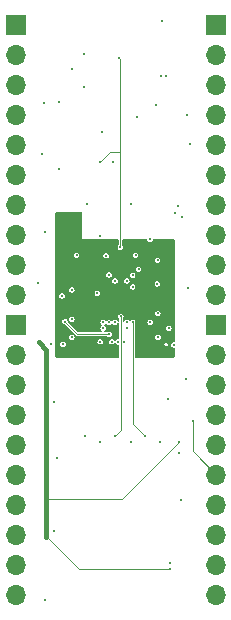
<source format=gbr>
%TF.GenerationSoftware,KiCad,Pcbnew,8.0.1*%
%TF.CreationDate,2024-10-17T14:11:07-05:00*%
%TF.ProjectId,sip-board,7369702d-626f-4617-9264-2e6b69636164,rev?*%
%TF.SameCoordinates,Original*%
%TF.FileFunction,Copper,L4,Inr*%
%TF.FilePolarity,Positive*%
%FSLAX46Y46*%
G04 Gerber Fmt 4.6, Leading zero omitted, Abs format (unit mm)*
G04 Created by KiCad (PCBNEW 8.0.1) date 2024-10-17 14:11:07*
%MOMM*%
%LPD*%
G01*
G04 APERTURE LIST*
%TA.AperFunction,CastellatedPad*%
%ADD10R,1.700000X1.700000*%
%TD*%
%TA.AperFunction,CastellatedPad*%
%ADD11O,1.700000X1.700000*%
%TD*%
%TA.AperFunction,ComponentPad*%
%ADD12R,1.700000X1.700000*%
%TD*%
%TA.AperFunction,ComponentPad*%
%ADD13O,1.700000X1.700000*%
%TD*%
%TA.AperFunction,ViaPad*%
%ADD14C,0.300000*%
%TD*%
%TA.AperFunction,ViaPad*%
%ADD15C,0.254000*%
%TD*%
%TA.AperFunction,Conductor*%
%ADD16C,0.100000*%
%TD*%
%TA.AperFunction,Conductor*%
%ADD17C,0.400000*%
%TD*%
G04 APERTURE END LIST*
D10*
%TO.N,A1_5V*%
%TO.C,J5*%
X153970000Y-104800000D03*
D11*
%TO.N,A2_5V*%
X153970000Y-107340000D03*
%TO.N,A3_5V*%
X153970000Y-109880000D03*
%TO.N,A4_5V*%
X153970000Y-112420000D03*
%TO.N,A5_5V*%
X153970000Y-114960000D03*
%TO.N,A6_5V*%
X153970000Y-117500000D03*
%TO.N,A7_5V*%
X153970000Y-120040000D03*
%TO.N,A8_5V*%
X153970000Y-122580000D03*
%TO.N,A9_5V*%
X153970000Y-125120000D03*
%TO.N,A10_5V*%
X153970000Y-127660000D03*
%TD*%
D10*
%TO.N,+5V*%
%TO.C,J3*%
X137000000Y-104840000D03*
D11*
%TO.N,D2_5V*%
X137000000Y-107380000D03*
%TO.N,D7_5V*%
X137000000Y-109920000D03*
%TO.N,D0_5V*%
X137000000Y-112460000D03*
%TO.N,D1_5V*%
X137000000Y-115000000D03*
%TO.N,INT_5V*%
X137000000Y-117540000D03*
%TO.N,NMI_5V*%
X137000000Y-120080000D03*
%TO.N,HALT_5V*%
X137000000Y-122620000D03*
%TO.N,MREQ_5V*%
X137000000Y-125160000D03*
%TO.N,IORQ_5V*%
X137000000Y-127700000D03*
%TD*%
D10*
%TO.N,A11_5V*%
%TO.C,J2*%
X137000000Y-79405000D03*
D11*
%TO.N,A12_5V*%
X137000000Y-81945000D03*
%TO.N,A13_5V*%
X137000000Y-84485000D03*
%TO.N,A14_5V*%
X137000000Y-87025000D03*
%TO.N,A15_5V*%
X137000000Y-89565000D03*
%TO.N,CLK_5V*%
X137000000Y-92105000D03*
%TO.N,D4_5V*%
X137000000Y-94645000D03*
%TO.N,D3_5V*%
X137000000Y-97185000D03*
%TO.N,D5_5V*%
X137000000Y-99725000D03*
%TO.N,D6_5V*%
X137000000Y-102265000D03*
%TD*%
D12*
%TO.N,RD_5V*%
%TO.C,J4*%
X153940000Y-79400000D03*
D13*
%TO.N,WR_5V*%
X153940000Y-81940000D03*
%TO.N,BUSAK_5V*%
X153940000Y-84480000D03*
%TO.N,WAIT_5V*%
X153940000Y-87020000D03*
%TO.N,BUSRQ_5V*%
X153940000Y-89560000D03*
%TO.N,RESET_5V*%
X153940000Y-92100000D03*
%TO.N,M1_5V*%
X153940000Y-94640000D03*
%TO.N,RFSH_5V*%
X153940000Y-97180000D03*
%TO.N,GND*%
X153940000Y-99720000D03*
%TO.N,A0_5V*%
X153940000Y-102260000D03*
%TD*%
D14*
%TO.N,+1V0*%
X140930000Y-96190000D03*
D15*
X143050000Y-106290000D03*
X144920000Y-103590000D03*
X145410000Y-100100000D03*
X147300000Y-106270000D03*
X145400000Y-104110000D03*
X146400000Y-102110000D03*
X145900000Y-101610000D03*
X146410000Y-100100000D03*
X145410000Y-101600000D03*
X144920000Y-102590000D03*
X145910000Y-102100000D03*
X141440000Y-97080000D03*
%TO.N,GND*%
X150400000Y-106500000D03*
X150530000Y-95300000D03*
D14*
X148410000Y-104600000D03*
D15*
X146760000Y-114750000D03*
X141770000Y-101850000D03*
X147160000Y-98930000D03*
X149060000Y-105850000D03*
X142160000Y-98920000D03*
X149040000Y-103850000D03*
X149240000Y-114750000D03*
X141770000Y-104350000D03*
X144160000Y-106240000D03*
X149920000Y-111060000D03*
X144660000Y-98960000D03*
X139970000Y-106470000D03*
X140700000Y-85980000D03*
X141770000Y-105850000D03*
X146740000Y-94550000D03*
X145160000Y-106240000D03*
X144130000Y-114750000D03*
X143040000Y-94560000D03*
X149020000Y-99350000D03*
X149000000Y-101350000D03*
X146160000Y-106230000D03*
D14*
%TO.N,+5V*%
X139220000Y-90330000D03*
X138940000Y-101250000D03*
X138950000Y-106300000D03*
X150760000Y-94720000D03*
X142800000Y-84710000D03*
X142800000Y-81870000D03*
X150090000Y-125500000D03*
X139590000Y-122720000D03*
X150830000Y-114740000D03*
X139590000Y-111660000D03*
D15*
%TO.N,+1V8*%
X145420000Y-101090000D03*
X146420000Y-101090000D03*
X144160000Y-97300000D03*
X144910000Y-100580000D03*
%TO.N,Net-(IC1-INIT_B_0)*%
X141180000Y-104530000D03*
X144930000Y-105590000D03*
%TO.N,TDO*%
X147270000Y-87210000D03*
X144420000Y-104600000D03*
%TO.N,M0_CONFIG*%
X147950000Y-114190000D03*
X146910000Y-104600000D03*
%TO.N,MOSI*%
X149310000Y-83710000D03*
X145410000Y-104600000D03*
X146920000Y-100610000D03*
X149700000Y-83700000D03*
%TO.N,M2_CONFIG*%
X142860000Y-114180000D03*
X146410000Y-104600000D03*
%TO.N,DIN*%
X147410000Y-100100000D03*
%TO.N,DONE*%
X149980000Y-105100000D03*
X146420000Y-105100000D03*
%TO.N,CS*%
X144900000Y-104610000D03*
X151550000Y-87050000D03*
%TO.N,CCLK*%
X145870000Y-98230000D03*
X145740000Y-82210000D03*
X144150000Y-91030000D03*
%TO.N,M1_CONFIG*%
X145410000Y-114200000D03*
X145910000Y-104100000D03*
D14*
%TO.N,A6_5V*%
X152000000Y-112970000D03*
D15*
%TO.N,+3V3*%
X143920000Y-102120000D03*
X146920000Y-101590000D03*
X145660000Y-106260000D03*
X144410000Y-105100000D03*
X148380000Y-97550000D03*
D14*
X141010000Y-106460000D03*
X139470000Y-128130000D03*
X149410000Y-79090000D03*
X140530000Y-116070000D03*
X140660000Y-91640000D03*
D15*
X145250000Y-91020000D03*
D14*
X140240000Y-111370000D03*
X148900000Y-86210000D03*
X141800000Y-83130000D03*
X151390000Y-109400000D03*
X151060000Y-95700000D03*
X151590000Y-101730000D03*
D15*
X144350000Y-88480000D03*
D14*
X150090000Y-125010000D03*
X151000000Y-119670000D03*
X139520000Y-96990000D03*
X140280000Y-122250000D03*
X140910000Y-102340000D03*
X151800000Y-89520000D03*
X150840000Y-115670000D03*
X139390000Y-86030000D03*
%TD*%
D16*
%TO.N,+5V*%
X142370000Y-125500000D02*
X139590000Y-122720000D01*
D17*
X139590000Y-119540000D02*
X139590000Y-122720000D01*
D16*
X146030000Y-119540000D02*
X139590000Y-119540000D01*
D17*
X139590000Y-106940000D02*
X139590000Y-111660000D01*
X139610000Y-122740000D02*
X139590000Y-122720000D01*
D16*
X150090000Y-125500000D02*
X142370000Y-125500000D01*
D17*
X138950000Y-106300000D02*
X139590000Y-106940000D01*
D16*
X150830000Y-114740000D02*
X146030000Y-119540000D01*
D17*
X139590000Y-111660000D02*
X139590000Y-119540000D01*
D16*
%TO.N,Net-(IC1-INIT_B_0)*%
X142240000Y-105590000D02*
X141180000Y-104530000D01*
X144930000Y-105590000D02*
X142240000Y-105590000D01*
%TO.N,M0_CONFIG*%
X146930000Y-104620000D02*
X146930000Y-113170000D01*
X146930000Y-113170000D02*
X147950000Y-114190000D01*
X146910000Y-104600000D02*
X146930000Y-104620000D01*
%TO.N,CCLK*%
X145870000Y-98230000D02*
X145870000Y-90190000D01*
X145870000Y-90190000D02*
X145870000Y-82340000D01*
X145870000Y-90190000D02*
X144990000Y-90190000D01*
X144990000Y-90190000D02*
X144150000Y-91030000D01*
X145870000Y-82340000D02*
X145740000Y-82210000D01*
%TO.N,M1_CONFIG*%
X145910000Y-113700000D02*
X145410000Y-114200000D01*
X145910000Y-104100000D02*
X145910000Y-113700000D01*
%TO.N,A6_5V*%
X152000000Y-115530000D02*
X153970000Y-117500000D01*
X152000000Y-112970000D02*
X152000000Y-115530000D01*
%TD*%
%TA.AperFunction,Conductor*%
%TO.N,+1V0*%
G36*
X142597546Y-95251871D02*
G01*
X142619678Y-95304005D01*
X142619680Y-95304969D01*
X142609999Y-97580000D01*
X142610000Y-97580000D01*
X145645500Y-97580000D01*
X145697826Y-97601674D01*
X145719500Y-97654000D01*
X145719500Y-98023302D01*
X145707029Y-98064414D01*
X145655700Y-98141233D01*
X145655700Y-98141234D01*
X145638043Y-98230000D01*
X145655700Y-98318766D01*
X145705982Y-98394018D01*
X145781234Y-98444300D01*
X145852342Y-98458444D01*
X145869999Y-98461957D01*
X145870000Y-98461957D01*
X145870001Y-98461957D01*
X145884728Y-98459027D01*
X145958766Y-98444300D01*
X146034018Y-98394018D01*
X146084300Y-98318766D01*
X146101957Y-98230000D01*
X146084300Y-98141234D01*
X146067930Y-98116735D01*
X146032971Y-98064414D01*
X146020500Y-98023302D01*
X146020500Y-97654000D01*
X146042174Y-97601674D01*
X146094500Y-97580000D01*
X148093280Y-97580000D01*
X148145606Y-97601674D01*
X148162029Y-97632398D01*
X148162911Y-97632033D01*
X148165700Y-97638766D01*
X148215982Y-97714018D01*
X148291234Y-97764300D01*
X148362342Y-97778444D01*
X148379999Y-97781957D01*
X148380000Y-97781957D01*
X148380001Y-97781957D01*
X148394728Y-97779027D01*
X148468766Y-97764300D01*
X148544018Y-97714018D01*
X148594300Y-97638766D01*
X148594300Y-97638761D01*
X148597089Y-97632033D01*
X148598720Y-97632708D01*
X148625613Y-97592468D01*
X148666720Y-97580000D01*
X150386000Y-97580000D01*
X150438326Y-97601674D01*
X150460000Y-97654000D01*
X150460000Y-106195377D01*
X150438326Y-106247703D01*
X150400438Y-106267955D01*
X150311233Y-106285700D01*
X150235983Y-106335981D01*
X150235981Y-106335983D01*
X150185700Y-106411233D01*
X150170081Y-106489756D01*
X150168043Y-106500000D01*
X150185700Y-106588766D01*
X150235982Y-106664018D01*
X150311234Y-106714300D01*
X150400000Y-106731957D01*
X150400001Y-106731956D01*
X150400436Y-106732043D01*
X150447529Y-106763509D01*
X150460000Y-106804621D01*
X150460000Y-107506000D01*
X150438326Y-107558326D01*
X150386000Y-107580000D01*
X147154500Y-107580000D01*
X147102174Y-107558326D01*
X147080500Y-107506000D01*
X147080500Y-106470000D01*
X149604191Y-106470000D01*
X149625065Y-106547905D01*
X149682095Y-106604935D01*
X149760000Y-106625809D01*
X149837905Y-106604935D01*
X149894935Y-106547905D01*
X149915809Y-106470000D01*
X149894935Y-106392096D01*
X149837905Y-106335065D01*
X149760000Y-106314191D01*
X149682095Y-106335065D01*
X149625065Y-106392095D01*
X149612999Y-106437127D01*
X149604191Y-106470000D01*
X147080500Y-106470000D01*
X147080500Y-105850000D01*
X148828043Y-105850000D01*
X148845700Y-105938766D01*
X148895982Y-106014018D01*
X148971234Y-106064300D01*
X149042342Y-106078444D01*
X149059999Y-106081957D01*
X149060000Y-106081957D01*
X149060001Y-106081957D01*
X149074728Y-106079027D01*
X149148766Y-106064300D01*
X149224018Y-106014018D01*
X149274300Y-105938766D01*
X149291957Y-105850000D01*
X149274300Y-105761234D01*
X149224018Y-105685982D01*
X149148766Y-105635700D01*
X149060001Y-105618043D01*
X149059999Y-105618043D01*
X148971233Y-105635700D01*
X148895983Y-105685981D01*
X148895981Y-105685983D01*
X148845700Y-105761233D01*
X148837134Y-105804299D01*
X148828043Y-105850000D01*
X147080500Y-105850000D01*
X147080500Y-105100000D01*
X149748043Y-105100000D01*
X149765700Y-105188766D01*
X149815982Y-105264018D01*
X149891234Y-105314300D01*
X149962342Y-105328444D01*
X149979999Y-105331957D01*
X149980000Y-105331957D01*
X149980001Y-105331957D01*
X149994728Y-105329027D01*
X150068766Y-105314300D01*
X150144018Y-105264018D01*
X150194300Y-105188766D01*
X150211957Y-105100000D01*
X150194300Y-105011234D01*
X150144018Y-104935982D01*
X150068766Y-104885700D01*
X149980001Y-104868043D01*
X149979999Y-104868043D01*
X149891233Y-104885700D01*
X149815983Y-104935981D01*
X149815981Y-104935983D01*
X149765700Y-105011233D01*
X149764361Y-105017967D01*
X149748043Y-105100000D01*
X147080500Y-105100000D01*
X147080500Y-104776764D01*
X147092972Y-104735651D01*
X147098773Y-104726969D01*
X147124300Y-104688766D01*
X147141957Y-104600000D01*
X148154592Y-104600000D01*
X148174034Y-104697740D01*
X148224999Y-104774017D01*
X148229399Y-104780601D01*
X148312260Y-104835966D01*
X148410000Y-104855408D01*
X148507740Y-104835966D01*
X148590601Y-104780601D01*
X148645966Y-104697740D01*
X148665408Y-104600000D01*
X148645966Y-104502260D01*
X148590601Y-104419399D01*
X148555132Y-104395700D01*
X148507740Y-104364034D01*
X148410000Y-104344592D01*
X148312259Y-104364034D01*
X148229399Y-104419398D01*
X148229398Y-104419399D01*
X148174034Y-104502259D01*
X148154592Y-104600000D01*
X147141957Y-104600000D01*
X147124300Y-104511234D01*
X147074018Y-104435982D01*
X146998766Y-104385700D01*
X146910001Y-104368043D01*
X146909999Y-104368043D01*
X146821233Y-104385700D01*
X146745983Y-104435981D01*
X146745981Y-104435983D01*
X146721528Y-104472580D01*
X146674436Y-104504045D01*
X146618887Y-104492995D01*
X146598472Y-104472580D01*
X146580700Y-104445983D01*
X146574018Y-104435982D01*
X146498766Y-104385700D01*
X146410001Y-104368043D01*
X146409999Y-104368043D01*
X146321233Y-104385700D01*
X146245983Y-104435981D01*
X146245981Y-104435983D01*
X146196028Y-104510742D01*
X146148936Y-104542207D01*
X146093387Y-104531157D01*
X146061922Y-104484065D01*
X146060500Y-104469629D01*
X146060500Y-104306696D01*
X146072971Y-104265583D01*
X146074015Y-104264019D01*
X146074018Y-104264018D01*
X146124300Y-104188766D01*
X146141957Y-104100000D01*
X146124300Y-104011234D01*
X146074018Y-103935982D01*
X145998766Y-103885700D01*
X145910001Y-103868043D01*
X145909999Y-103868043D01*
X145821233Y-103885700D01*
X145745983Y-103935981D01*
X145745981Y-103935983D01*
X145695700Y-104011233D01*
X145678043Y-104099999D01*
X145678043Y-104100000D01*
X145695699Y-104188764D01*
X145695699Y-104188765D01*
X145695700Y-104188766D01*
X145745982Y-104264018D01*
X145745984Y-104264019D01*
X145747029Y-104265583D01*
X145759500Y-104306696D01*
X145759500Y-104469629D01*
X145737826Y-104521955D01*
X145685500Y-104543629D01*
X145633174Y-104521955D01*
X145623972Y-104510742D01*
X145580700Y-104445983D01*
X145574018Y-104435982D01*
X145498766Y-104385700D01*
X145410001Y-104368043D01*
X145409999Y-104368043D01*
X145321233Y-104385700D01*
X145245983Y-104435981D01*
X145245981Y-104435983D01*
X145213187Y-104485063D01*
X145166095Y-104516528D01*
X145110546Y-104505478D01*
X145090131Y-104485063D01*
X145079818Y-104469629D01*
X145064018Y-104445982D01*
X144988766Y-104395700D01*
X144938494Y-104385700D01*
X144900001Y-104378043D01*
X144899999Y-104378043D01*
X144811233Y-104395700D01*
X144735983Y-104445981D01*
X144735981Y-104445983D01*
X144724867Y-104462616D01*
X144677774Y-104494080D01*
X144622225Y-104483028D01*
X144601814Y-104462616D01*
X144584018Y-104435982D01*
X144508766Y-104385700D01*
X144420001Y-104368043D01*
X144419999Y-104368043D01*
X144331233Y-104385700D01*
X144255983Y-104435981D01*
X144255981Y-104435983D01*
X144205700Y-104511233D01*
X144195145Y-104564299D01*
X144188043Y-104600000D01*
X144205700Y-104688766D01*
X144255982Y-104764018D01*
X144287580Y-104785131D01*
X144319045Y-104832223D01*
X144307995Y-104887772D01*
X144287580Y-104908186D01*
X144285527Y-104909558D01*
X144245983Y-104935981D01*
X144245981Y-104935983D01*
X144195700Y-105011233D01*
X144194361Y-105017967D01*
X144178043Y-105100000D01*
X144195700Y-105188766D01*
X144245982Y-105264018D01*
X144299196Y-105299574D01*
X144305777Y-105303972D01*
X144337242Y-105351064D01*
X144326192Y-105406613D01*
X144279100Y-105438078D01*
X144264664Y-105439500D01*
X142332991Y-105439500D01*
X142280665Y-105417826D01*
X141432576Y-104569736D01*
X141412324Y-104531847D01*
X141411957Y-104530000D01*
X141394300Y-104441234D01*
X141344018Y-104365982D01*
X141320099Y-104350000D01*
X141538043Y-104350000D01*
X141555700Y-104438766D01*
X141605982Y-104514018D01*
X141681234Y-104564300D01*
X141752342Y-104578444D01*
X141769999Y-104581957D01*
X141770000Y-104581957D01*
X141770001Y-104581957D01*
X141784728Y-104579027D01*
X141858766Y-104564300D01*
X141934018Y-104514018D01*
X141984300Y-104438766D01*
X142001957Y-104350000D01*
X141984300Y-104261234D01*
X141934018Y-104185982D01*
X141858766Y-104135700D01*
X141770001Y-104118043D01*
X141769999Y-104118043D01*
X141681233Y-104135700D01*
X141605983Y-104185981D01*
X141605981Y-104185983D01*
X141555700Y-104261233D01*
X141553350Y-104273050D01*
X141538043Y-104350000D01*
X141320099Y-104350000D01*
X141268766Y-104315700D01*
X141223501Y-104306696D01*
X141180001Y-104298043D01*
X141179999Y-104298043D01*
X141091233Y-104315700D01*
X141015983Y-104365981D01*
X141015981Y-104365983D01*
X140965700Y-104441233D01*
X140964756Y-104445982D01*
X140948043Y-104530000D01*
X140965700Y-104618766D01*
X141015982Y-104694018D01*
X141091234Y-104744300D01*
X141180000Y-104761957D01*
X141180001Y-104761956D01*
X141181847Y-104762324D01*
X141219736Y-104782576D01*
X141972706Y-105535546D01*
X141994380Y-105587870D01*
X141972706Y-105640196D01*
X141920380Y-105661870D01*
X141879268Y-105649399D01*
X141858766Y-105635700D01*
X141770001Y-105618043D01*
X141769999Y-105618043D01*
X141681233Y-105635700D01*
X141605983Y-105685981D01*
X141605981Y-105685983D01*
X141555700Y-105761233D01*
X141547134Y-105804299D01*
X141538043Y-105850000D01*
X141555700Y-105938766D01*
X141605982Y-106014018D01*
X141681234Y-106064300D01*
X141752342Y-106078444D01*
X141769999Y-106081957D01*
X141770000Y-106081957D01*
X141770001Y-106081957D01*
X141784728Y-106079027D01*
X141858766Y-106064300D01*
X141934018Y-106014018D01*
X141984300Y-105938766D01*
X142001957Y-105850000D01*
X141984300Y-105761234D01*
X141970599Y-105740730D01*
X141959551Y-105685183D01*
X141991017Y-105638090D01*
X142046565Y-105627041D01*
X142084452Y-105647291D01*
X142154748Y-105717587D01*
X142170950Y-105724297D01*
X142170951Y-105724297D01*
X142210064Y-105740500D01*
X144723303Y-105740500D01*
X144764415Y-105752971D01*
X144765982Y-105754018D01*
X144841234Y-105804300D01*
X144915271Y-105819027D01*
X144929999Y-105821957D01*
X144930000Y-105821957D01*
X144930001Y-105821957D01*
X144944728Y-105819027D01*
X145018766Y-105804300D01*
X145094018Y-105754018D01*
X145144300Y-105678766D01*
X145161957Y-105590000D01*
X145144300Y-105501234D01*
X145094018Y-105425982D01*
X145018766Y-105375700D01*
X144930001Y-105358043D01*
X144929999Y-105358043D01*
X144841234Y-105375700D01*
X144764415Y-105427029D01*
X144723303Y-105439500D01*
X144555336Y-105439500D01*
X144503010Y-105417826D01*
X144481336Y-105365500D01*
X144503010Y-105313174D01*
X144514223Y-105303972D01*
X144517704Y-105301645D01*
X144574018Y-105264018D01*
X144624300Y-105188766D01*
X144641957Y-105100000D01*
X144624300Y-105011234D01*
X144574018Y-104935982D01*
X144542419Y-104914868D01*
X144510954Y-104867776D01*
X144522004Y-104812227D01*
X144542416Y-104791815D01*
X144584018Y-104764018D01*
X144595132Y-104747384D01*
X144642222Y-104715920D01*
X144697771Y-104726969D01*
X144718184Y-104747382D01*
X144735982Y-104774018D01*
X144811234Y-104824300D01*
X144882342Y-104838444D01*
X144899999Y-104841957D01*
X144900000Y-104841957D01*
X144900001Y-104841957D01*
X144915353Y-104838903D01*
X144988766Y-104824300D01*
X145064018Y-104774018D01*
X145096813Y-104724936D01*
X145143902Y-104693471D01*
X145199451Y-104704520D01*
X145219868Y-104724936D01*
X145221528Y-104727420D01*
X145245982Y-104764018D01*
X145321234Y-104814300D01*
X145392342Y-104828444D01*
X145409999Y-104831957D01*
X145410000Y-104831957D01*
X145410001Y-104831957D01*
X145424728Y-104829027D01*
X145498766Y-104814300D01*
X145574018Y-104764018D01*
X145623972Y-104689257D01*
X145671064Y-104657792D01*
X145726613Y-104668842D01*
X145758078Y-104715934D01*
X145759500Y-104730370D01*
X145759500Y-105957665D01*
X145737826Y-106009991D01*
X145685500Y-106031665D01*
X145671065Y-106030243D01*
X145660004Y-106028043D01*
X145659999Y-106028043D01*
X145571233Y-106045700D01*
X145495983Y-106095981D01*
X145495982Y-106095982D01*
X145478209Y-106122581D01*
X145431116Y-106154046D01*
X145375567Y-106142995D01*
X145355155Y-106122582D01*
X145324018Y-106075982D01*
X145248766Y-106025700D01*
X145190028Y-106014016D01*
X145160001Y-106008043D01*
X145159999Y-106008043D01*
X145071233Y-106025700D01*
X144995983Y-106075981D01*
X144995981Y-106075983D01*
X144945700Y-106151233D01*
X144941722Y-106171234D01*
X144928043Y-106240000D01*
X144945700Y-106328766D01*
X144995982Y-106404018D01*
X145071234Y-106454300D01*
X145142342Y-106468444D01*
X145159999Y-106471957D01*
X145160000Y-106471957D01*
X145160001Y-106471957D01*
X145174728Y-106469027D01*
X145248766Y-106454300D01*
X145324018Y-106404018D01*
X145341791Y-106377418D01*
X145388881Y-106345954D01*
X145444430Y-106357003D01*
X145464844Y-106377417D01*
X145495982Y-106424018D01*
X145571234Y-106474300D01*
X145660000Y-106491957D01*
X145671062Y-106489756D01*
X145726610Y-106500804D01*
X145758078Y-106547895D01*
X145759500Y-106562334D01*
X145759500Y-107506000D01*
X145737826Y-107558326D01*
X145685500Y-107580000D01*
X140434000Y-107580000D01*
X140381674Y-107558326D01*
X140360000Y-107506000D01*
X140360000Y-106460000D01*
X140754592Y-106460000D01*
X140774034Y-106557740D01*
X140794764Y-106588766D01*
X140829399Y-106640601D01*
X140912260Y-106695966D01*
X141010000Y-106715408D01*
X141107740Y-106695966D01*
X141190601Y-106640601D01*
X141245966Y-106557740D01*
X141265408Y-106460000D01*
X141245966Y-106362260D01*
X141190601Y-106279399D01*
X141173605Y-106268043D01*
X141131635Y-106240000D01*
X143928043Y-106240000D01*
X143945700Y-106328766D01*
X143995982Y-106404018D01*
X144071234Y-106454300D01*
X144142342Y-106468444D01*
X144159999Y-106471957D01*
X144160000Y-106471957D01*
X144160001Y-106471957D01*
X144174728Y-106469027D01*
X144248766Y-106454300D01*
X144324018Y-106404018D01*
X144374300Y-106328766D01*
X144391957Y-106240000D01*
X144374300Y-106151234D01*
X144324018Y-106075982D01*
X144248766Y-106025700D01*
X144190028Y-106014016D01*
X144160001Y-106008043D01*
X144159999Y-106008043D01*
X144071233Y-106025700D01*
X143995983Y-106075981D01*
X143995981Y-106075983D01*
X143945700Y-106151233D01*
X143941722Y-106171234D01*
X143928043Y-106240000D01*
X141131635Y-106240000D01*
X141107740Y-106224034D01*
X141010000Y-106204592D01*
X140912259Y-106224034D01*
X140829399Y-106279398D01*
X140829398Y-106279399D01*
X140774034Y-106362259D01*
X140754592Y-106460000D01*
X140360000Y-106460000D01*
X140360000Y-103850000D01*
X148808043Y-103850000D01*
X148825700Y-103938766D01*
X148875982Y-104014018D01*
X148951234Y-104064300D01*
X149022342Y-104078444D01*
X149039999Y-104081957D01*
X149040000Y-104081957D01*
X149040001Y-104081957D01*
X149054728Y-104079027D01*
X149128766Y-104064300D01*
X149204018Y-104014018D01*
X149254300Y-103938766D01*
X149271957Y-103850000D01*
X149254300Y-103761234D01*
X149204018Y-103685982D01*
X149128766Y-103635700D01*
X149040001Y-103618043D01*
X149039999Y-103618043D01*
X148951233Y-103635700D01*
X148875983Y-103685981D01*
X148875981Y-103685983D01*
X148825700Y-103761233D01*
X148825700Y-103761234D01*
X148808043Y-103850000D01*
X140360000Y-103850000D01*
X140360000Y-102340000D01*
X140654592Y-102340000D01*
X140674034Y-102437740D01*
X140729399Y-102520601D01*
X140812260Y-102575966D01*
X140910000Y-102595408D01*
X141007740Y-102575966D01*
X141090601Y-102520601D01*
X141145966Y-102437740D01*
X141165408Y-102340000D01*
X141145966Y-102242260D01*
X141090601Y-102159399D01*
X141031635Y-102120000D01*
X143688043Y-102120000D01*
X143705700Y-102208766D01*
X143755982Y-102284018D01*
X143831234Y-102334300D01*
X143902342Y-102348444D01*
X143919999Y-102351957D01*
X143920000Y-102351957D01*
X143920001Y-102351957D01*
X143934728Y-102349027D01*
X144008766Y-102334300D01*
X144084018Y-102284018D01*
X144134300Y-102208766D01*
X144151957Y-102120000D01*
X144134300Y-102031234D01*
X144084018Y-101955982D01*
X144008766Y-101905700D01*
X143920001Y-101888043D01*
X143919999Y-101888043D01*
X143831233Y-101905700D01*
X143755983Y-101955981D01*
X143755981Y-101955983D01*
X143705700Y-102031233D01*
X143699123Y-102064300D01*
X143688043Y-102120000D01*
X141031635Y-102120000D01*
X141007740Y-102104034D01*
X140910000Y-102084592D01*
X140812259Y-102104034D01*
X140729399Y-102159398D01*
X140729398Y-102159399D01*
X140674034Y-102242259D01*
X140674034Y-102242260D01*
X140654592Y-102340000D01*
X140360000Y-102340000D01*
X140360000Y-101850000D01*
X141538043Y-101850000D01*
X141555700Y-101938766D01*
X141605982Y-102014018D01*
X141681234Y-102064300D01*
X141752342Y-102078444D01*
X141769999Y-102081957D01*
X141770000Y-102081957D01*
X141770001Y-102081957D01*
X141784728Y-102079027D01*
X141858766Y-102064300D01*
X141934018Y-102014018D01*
X141984300Y-101938766D01*
X142001957Y-101850000D01*
X141984300Y-101761234D01*
X141934018Y-101685982D01*
X141858766Y-101635700D01*
X141770001Y-101618043D01*
X141769999Y-101618043D01*
X141681233Y-101635700D01*
X141605983Y-101685981D01*
X141605981Y-101685983D01*
X141555700Y-101761233D01*
X141547134Y-101804299D01*
X141538043Y-101850000D01*
X140360000Y-101850000D01*
X140360000Y-101590000D01*
X146688043Y-101590000D01*
X146705700Y-101678766D01*
X146755982Y-101754018D01*
X146831234Y-101804300D01*
X146902342Y-101818444D01*
X146919999Y-101821957D01*
X146920000Y-101821957D01*
X146920001Y-101821957D01*
X146934728Y-101819027D01*
X147008766Y-101804300D01*
X147084018Y-101754018D01*
X147134300Y-101678766D01*
X147151957Y-101590000D01*
X147134300Y-101501234D01*
X147084018Y-101425982D01*
X147008766Y-101375700D01*
X146920001Y-101358043D01*
X146919999Y-101358043D01*
X146831233Y-101375700D01*
X146755983Y-101425981D01*
X146755981Y-101425983D01*
X146705700Y-101501233D01*
X146705700Y-101501234D01*
X146688043Y-101590000D01*
X140360000Y-101590000D01*
X140360000Y-101350000D01*
X148768043Y-101350000D01*
X148785700Y-101438766D01*
X148835982Y-101514018D01*
X148911234Y-101564300D01*
X148982342Y-101578444D01*
X148999999Y-101581957D01*
X149000000Y-101581957D01*
X149000001Y-101581957D01*
X149014728Y-101579027D01*
X149088766Y-101564300D01*
X149164018Y-101514018D01*
X149214300Y-101438766D01*
X149231957Y-101350000D01*
X149214300Y-101261234D01*
X149164018Y-101185982D01*
X149088766Y-101135700D01*
X149000001Y-101118043D01*
X148999999Y-101118043D01*
X148911233Y-101135700D01*
X148835983Y-101185981D01*
X148835981Y-101185983D01*
X148785700Y-101261233D01*
X148777134Y-101304299D01*
X148768043Y-101350000D01*
X140360000Y-101350000D01*
X140360000Y-101090000D01*
X145188043Y-101090000D01*
X145205700Y-101178766D01*
X145255982Y-101254018D01*
X145331234Y-101304300D01*
X145402342Y-101318444D01*
X145419999Y-101321957D01*
X145420000Y-101321957D01*
X145420001Y-101321957D01*
X145434728Y-101319027D01*
X145508766Y-101304300D01*
X145584018Y-101254018D01*
X145634300Y-101178766D01*
X145651957Y-101090000D01*
X146188043Y-101090000D01*
X146205700Y-101178766D01*
X146255982Y-101254018D01*
X146331234Y-101304300D01*
X146402342Y-101318444D01*
X146419999Y-101321957D01*
X146420000Y-101321957D01*
X146420001Y-101321957D01*
X146434728Y-101319027D01*
X146508766Y-101304300D01*
X146584018Y-101254018D01*
X146634300Y-101178766D01*
X146651957Y-101090000D01*
X146634300Y-101001234D01*
X146584018Y-100925982D01*
X146508766Y-100875700D01*
X146420001Y-100858043D01*
X146419999Y-100858043D01*
X146331233Y-100875700D01*
X146255983Y-100925981D01*
X146255981Y-100925983D01*
X146205700Y-101001233D01*
X146205700Y-101001234D01*
X146188043Y-101090000D01*
X145651957Y-101090000D01*
X145634300Y-101001234D01*
X145584018Y-100925982D01*
X145508766Y-100875700D01*
X145420001Y-100858043D01*
X145419999Y-100858043D01*
X145331233Y-100875700D01*
X145255983Y-100925981D01*
X145255981Y-100925983D01*
X145205700Y-101001233D01*
X145205700Y-101001234D01*
X145188043Y-101090000D01*
X140360000Y-101090000D01*
X140360000Y-100580000D01*
X144678043Y-100580000D01*
X144695700Y-100668766D01*
X144745982Y-100744018D01*
X144821234Y-100794300D01*
X144892342Y-100808444D01*
X144909999Y-100811957D01*
X144910000Y-100811957D01*
X144910001Y-100811957D01*
X144924728Y-100809027D01*
X144998766Y-100794300D01*
X145074018Y-100744018D01*
X145124300Y-100668766D01*
X145135990Y-100610000D01*
X146688043Y-100610000D01*
X146705700Y-100698766D01*
X146755982Y-100774018D01*
X146831234Y-100824300D01*
X146902342Y-100838444D01*
X146919999Y-100841957D01*
X146920000Y-100841957D01*
X146920001Y-100841957D01*
X146934728Y-100839027D01*
X147008766Y-100824300D01*
X147084018Y-100774018D01*
X147134300Y-100698766D01*
X147151957Y-100610000D01*
X147134300Y-100521234D01*
X147084018Y-100445982D01*
X147008766Y-100395700D01*
X146920001Y-100378043D01*
X146919999Y-100378043D01*
X146831233Y-100395700D01*
X146755983Y-100445981D01*
X146755981Y-100445983D01*
X146705700Y-100521233D01*
X146694011Y-100579999D01*
X146688043Y-100610000D01*
X145135990Y-100610000D01*
X145141957Y-100580000D01*
X145124300Y-100491234D01*
X145074018Y-100415982D01*
X144998766Y-100365700D01*
X144910001Y-100348043D01*
X144909999Y-100348043D01*
X144821233Y-100365700D01*
X144745983Y-100415981D01*
X144745981Y-100415983D01*
X144695700Y-100491233D01*
X144689733Y-100521234D01*
X144678043Y-100580000D01*
X140360000Y-100580000D01*
X140360000Y-100100000D01*
X147178043Y-100100000D01*
X147195700Y-100188766D01*
X147245982Y-100264018D01*
X147321234Y-100314300D01*
X147392342Y-100328444D01*
X147409999Y-100331957D01*
X147410000Y-100331957D01*
X147410001Y-100331957D01*
X147424728Y-100329027D01*
X147498766Y-100314300D01*
X147574018Y-100264018D01*
X147624300Y-100188766D01*
X147641957Y-100100000D01*
X147624300Y-100011234D01*
X147574018Y-99935982D01*
X147498766Y-99885700D01*
X147410001Y-99868043D01*
X147409999Y-99868043D01*
X147321233Y-99885700D01*
X147245983Y-99935981D01*
X147245981Y-99935983D01*
X147195700Y-100011233D01*
X147195700Y-100011234D01*
X147178043Y-100100000D01*
X140360000Y-100100000D01*
X140360000Y-99350000D01*
X148788043Y-99350000D01*
X148805700Y-99438766D01*
X148855982Y-99514018D01*
X148931234Y-99564300D01*
X149002342Y-99578444D01*
X149019999Y-99581957D01*
X149020000Y-99581957D01*
X149020001Y-99581957D01*
X149034728Y-99579027D01*
X149108766Y-99564300D01*
X149184018Y-99514018D01*
X149234300Y-99438766D01*
X149251957Y-99350000D01*
X149234300Y-99261234D01*
X149184018Y-99185982D01*
X149108766Y-99135700D01*
X149050028Y-99124016D01*
X149020001Y-99118043D01*
X149019999Y-99118043D01*
X148931233Y-99135700D01*
X148855983Y-99185981D01*
X148855981Y-99185983D01*
X148805700Y-99261233D01*
X148805700Y-99261234D01*
X148788043Y-99350000D01*
X140360000Y-99350000D01*
X140360000Y-98920000D01*
X141928043Y-98920000D01*
X141945700Y-99008766D01*
X141995982Y-99084018D01*
X142071234Y-99134300D01*
X142142342Y-99148444D01*
X142159999Y-99151957D01*
X142160000Y-99151957D01*
X142160001Y-99151957D01*
X142174728Y-99149027D01*
X142248766Y-99134300D01*
X142324018Y-99084018D01*
X142374300Y-99008766D01*
X142384000Y-98960000D01*
X144428043Y-98960000D01*
X144445700Y-99048766D01*
X144495982Y-99124018D01*
X144571234Y-99174300D01*
X144642342Y-99188444D01*
X144659999Y-99191957D01*
X144660000Y-99191957D01*
X144660001Y-99191957D01*
X144674728Y-99189027D01*
X144748766Y-99174300D01*
X144824018Y-99124018D01*
X144874300Y-99048766D01*
X144891957Y-98960000D01*
X144885990Y-98930000D01*
X146928043Y-98930000D01*
X146945700Y-99018766D01*
X146995982Y-99094018D01*
X147071234Y-99144300D01*
X147142342Y-99158444D01*
X147159999Y-99161957D01*
X147160000Y-99161957D01*
X147160001Y-99161957D01*
X147174728Y-99159027D01*
X147248766Y-99144300D01*
X147324018Y-99094018D01*
X147374300Y-99018766D01*
X147391957Y-98930000D01*
X147374300Y-98841234D01*
X147324018Y-98765982D01*
X147248766Y-98715700D01*
X147198494Y-98705700D01*
X147160001Y-98698043D01*
X147159999Y-98698043D01*
X147071233Y-98715700D01*
X146995983Y-98765981D01*
X146995981Y-98765983D01*
X146945700Y-98841233D01*
X146939733Y-98871234D01*
X146928043Y-98930000D01*
X144885990Y-98930000D01*
X144874300Y-98871234D01*
X144824018Y-98795982D01*
X144748766Y-98745700D01*
X144660001Y-98728043D01*
X144659999Y-98728043D01*
X144571233Y-98745700D01*
X144495983Y-98795981D01*
X144495981Y-98795983D01*
X144445700Y-98871233D01*
X144434011Y-98929999D01*
X144428043Y-98960000D01*
X142384000Y-98960000D01*
X142391957Y-98920000D01*
X142374300Y-98831234D01*
X142324018Y-98755982D01*
X142248766Y-98705700D01*
X142160001Y-98688043D01*
X142159999Y-98688043D01*
X142071233Y-98705700D01*
X141995983Y-98755981D01*
X141995981Y-98755983D01*
X141945700Y-98831233D01*
X141937744Y-98871233D01*
X141928043Y-98920000D01*
X140360000Y-98920000D01*
X140360000Y-97000244D01*
X140360001Y-96999824D01*
X140369582Y-95313580D01*
X140391553Y-95261378D01*
X140443581Y-95240000D01*
X141480018Y-95240000D01*
X141697861Y-95238088D01*
X142545033Y-95230657D01*
X142597546Y-95251871D01*
G37*
%TD.AperFunction*%
%TD*%
M02*

</source>
